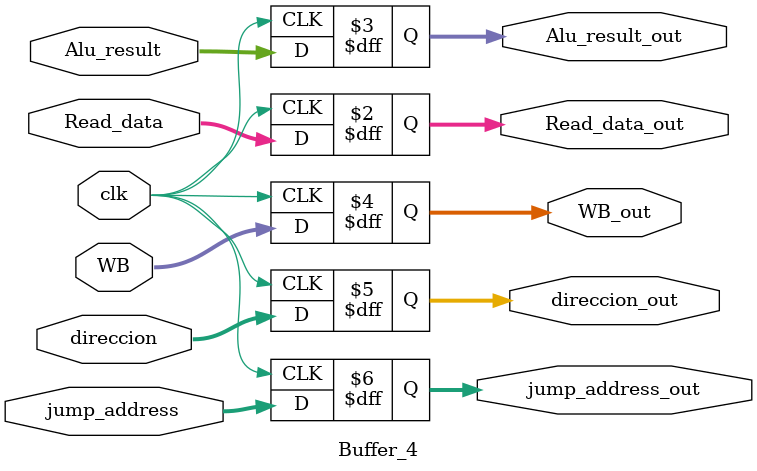
<source format=v>
module Buffer_4 (
	input clk,
	input [31:0]Read_data,
	input [31:0]Alu_result,
	input [2:0]WB,
	input [4:0]direccion,
	input [31:0] jump_address,
	
	output reg [31:0] Read_data_out,
	output reg [31:0] Alu_result_out,
	output reg [2:0] WB_out,
	output reg [4:0] direccion_out,
	output reg [31:0] jump_address_out
);

always@(posedge clk)
begin
	Read_data_out <= Read_data;
	Alu_result_out <= Alu_result;
	WB_out <= WB;
	direccion_out <= direccion;
	jump_address_out <= jump_address;
	
end

endmodule

</source>
